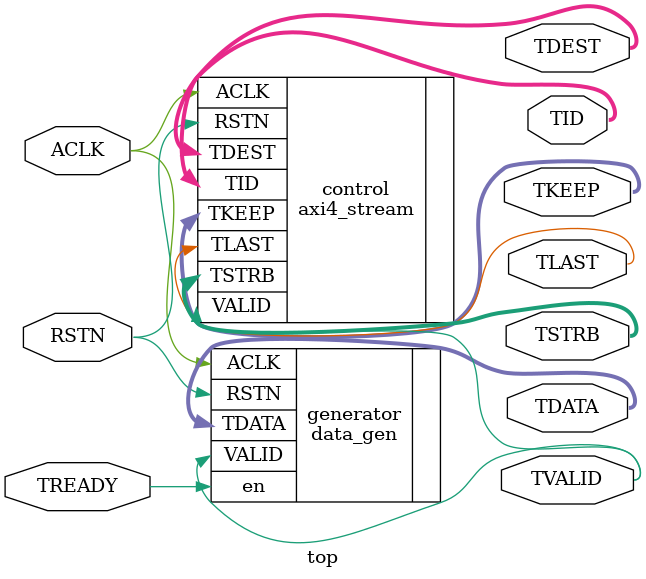
<source format=v>


module top(ACLK, RSTN, TREADY, TDEST, TID, TKEEP, TLAST, TVALID, TSTRB, TDATA );

input ACLK, RSTN, TREADY;

output   [1:0]   TDEST;
output   [7:0]   TID;
output   [3:0]   TKEEP;
output   TLAST,  TVALID;
output   [31:0]  TSTRB, TDATA;

    
    data_gen generator  (.ACLK(ACLK), .RSTN(RSTN), .en(TREADY), .TDATA(TDATA), .VALID(TVALID));
    axi4_stream control (.ACLK(ACLK), .RSTN(RSTN), .TLAST(TLAST), .TDEST(TDEST), .TID(TID), .TKEEP(TKEEP), .TSTRB(TSTRB), .VALID(TVALID));
    



endmodule


</source>
